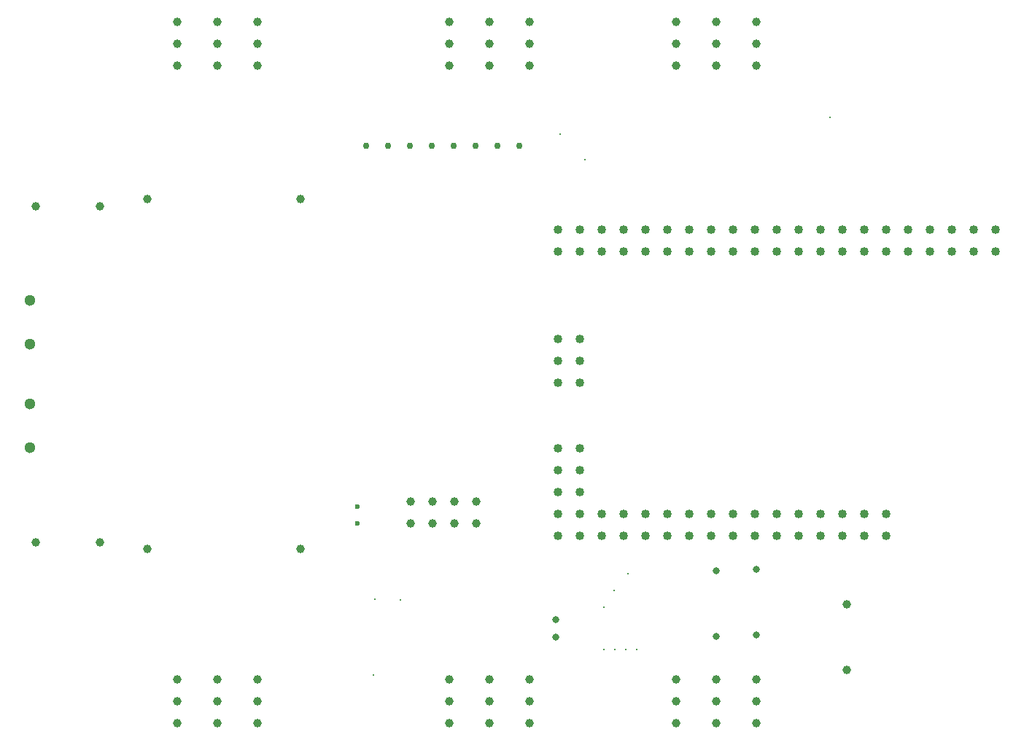
<source format=gbr>
%TF.GenerationSoftware,KiCad,Pcbnew,8.0.7*%
%TF.CreationDate,2025-07-10T17:57:36-04:00*%
%TF.ProjectId,_autosave-Hexapod V2,5f617574-6f73-4617-9665-2d4865786170,rev?*%
%TF.SameCoordinates,Original*%
%TF.FileFunction,Plated,1,4,PTH,Drill*%
%TF.FilePolarity,Positive*%
%FSLAX46Y46*%
G04 Gerber Fmt 4.6, Leading zero omitted, Abs format (unit mm)*
G04 Created by KiCad (PCBNEW 8.0.7) date 2025-07-10 17:57:36*
%MOMM*%
%LPD*%
G01*
G04 APERTURE LIST*
%TA.AperFunction,ViaDrill*%
%ADD10C,0.300000*%
%TD*%
%TA.AperFunction,ComponentDrill*%
%ADD11C,0.600000*%
%TD*%
%TA.AperFunction,ComponentDrill*%
%ADD12C,0.762000*%
%TD*%
%TA.AperFunction,ComponentDrill*%
%ADD13C,0.800000*%
%TD*%
%TA.AperFunction,ComponentDrill*%
%ADD14C,1.000000*%
%TD*%
%TA.AperFunction,ComponentDrill*%
%ADD15C,1.016000*%
%TD*%
%TA.AperFunction,ComponentDrill*%
%ADD16C,1.300000*%
%TD*%
G04 APERTURE END LIST*
D10*
X134850000Y-124450000D03*
X135025000Y-115650000D03*
X138012500Y-115687500D03*
X156579800Y-61635200D03*
X159419800Y-64560200D03*
X161595000Y-116525000D03*
X161595000Y-121475000D03*
X162800000Y-114600000D03*
X162865000Y-121475000D03*
X164135000Y-121475000D03*
X164450000Y-112650000D03*
X165405000Y-121475000D03*
X187840000Y-59670000D03*
D11*
%TO.C,C3*%
X133000000Y-104839500D03*
X133000000Y-106839500D03*
D12*
%TO.C,U1*%
X134000000Y-63000000D03*
X136540000Y-63000000D03*
X139080000Y-63000000D03*
X141620000Y-63000000D03*
X144160000Y-63000000D03*
X146700000Y-63000000D03*
X149240000Y-63000000D03*
X151780000Y-63000000D03*
D13*
%TO.C,C7*%
X156000000Y-118000000D03*
X156000000Y-120000000D03*
%TO.C,R1*%
X174650000Y-112300000D03*
X174650000Y-119920000D03*
%TO.C,R2*%
X179337600Y-112170000D03*
X179337600Y-119790000D03*
D14*
%TO.C,C4*%
X95625000Y-69980000D03*
%TO.C,C5*%
X95625000Y-109000000D03*
%TO.C,C4*%
X103125000Y-69980000D03*
%TO.C,C5*%
X103125000Y-109000000D03*
%TO.C,REF\u002A\u002A*%
X108610000Y-69170000D03*
X108610000Y-109810000D03*
%TO.C,Tibia*%
X112100000Y-48570000D03*
X112100000Y-51110000D03*
X112100000Y-53650000D03*
X112100000Y-124920000D03*
X112100000Y-127460000D03*
X112100000Y-130000000D03*
%TO.C,Femur*%
X116750000Y-48570000D03*
X116750000Y-51110000D03*
X116750000Y-53650000D03*
X116750000Y-124920000D03*
X116750000Y-127460000D03*
X116750000Y-130000000D03*
%TO.C,Coxa*%
X121400000Y-48570000D03*
X121400000Y-51110000D03*
X121400000Y-53650000D03*
X121400000Y-124920000D03*
X121400000Y-127460000D03*
X121400000Y-130000000D03*
%TO.C,REF\u002A\u002A*%
X126390000Y-69170000D03*
X126390000Y-109810000D03*
%TO.C,U2*%
X139175000Y-104299500D03*
X139175000Y-106839500D03*
X141715000Y-104299500D03*
X141715000Y-106839500D03*
%TO.C,Tibia*%
X143650000Y-48570000D03*
X143650000Y-51110000D03*
X143650000Y-53650000D03*
X143650000Y-124920000D03*
X143650000Y-127460000D03*
X143650000Y-130000000D03*
%TO.C,U2*%
X144255000Y-104299500D03*
X144255000Y-106839500D03*
X146795000Y-104299500D03*
X146795000Y-106839500D03*
%TO.C,Femur*%
X148300000Y-48570000D03*
X148300000Y-51110000D03*
X148300000Y-53650000D03*
X148300000Y-124920000D03*
X148300000Y-127460000D03*
X148300000Y-130000000D03*
%TO.C,Coxa*%
X152950000Y-48570000D03*
X152950000Y-51110000D03*
X152950000Y-53650000D03*
X152950000Y-124920000D03*
X152950000Y-127460000D03*
X152950000Y-130000000D03*
%TO.C,Tibia*%
X170000000Y-48570000D03*
X170000000Y-51110000D03*
X170000000Y-53650000D03*
X170000000Y-124920000D03*
X170000000Y-127460000D03*
X170000000Y-130000000D03*
%TO.C,Femur*%
X174650000Y-48570000D03*
X174650000Y-51110000D03*
X174650000Y-53650000D03*
X174650000Y-124920000D03*
X174650000Y-127460000D03*
X174650000Y-130000000D03*
%TO.C,Coxa*%
X179300000Y-48570000D03*
X179300000Y-51110000D03*
X179300000Y-53650000D03*
X179300000Y-124920000D03*
X179300000Y-127460000D03*
X179300000Y-130000000D03*
%TO.C,BZ1*%
X189800000Y-116200000D03*
X189800000Y-123800000D03*
D15*
%TO.C,A1*%
X156295000Y-72670000D03*
X156295000Y-75210000D03*
X156295000Y-85370000D03*
X156295000Y-87910000D03*
X156295000Y-90450000D03*
X156295000Y-98070000D03*
X156295000Y-100610000D03*
X156295000Y-103150000D03*
X156295000Y-105690000D03*
X156295000Y-108230000D03*
X158835000Y-72670000D03*
X158835000Y-75210000D03*
X158835000Y-85370000D03*
X158835000Y-87910000D03*
X158835000Y-90450000D03*
X158835000Y-98070000D03*
X158835000Y-100610000D03*
X158835000Y-103150000D03*
X158835000Y-105690000D03*
X158835000Y-108230000D03*
X161375000Y-72670000D03*
X161375000Y-75210000D03*
X161375000Y-105690000D03*
X161375000Y-108230000D03*
X163915000Y-72670000D03*
X163915000Y-75210000D03*
X163915000Y-105690000D03*
X163915000Y-108230000D03*
X166455000Y-72670000D03*
X166455000Y-75210000D03*
X166455000Y-105690000D03*
X166455000Y-108230000D03*
X168995000Y-72670000D03*
X168995000Y-75210000D03*
X168995000Y-105690000D03*
X168995000Y-108230000D03*
X171535000Y-72670000D03*
X171535000Y-75210000D03*
X171535000Y-105690000D03*
X171535000Y-108230000D03*
X174075000Y-72670000D03*
X174075000Y-75210000D03*
X174075000Y-105690000D03*
X174075000Y-108230000D03*
X176615000Y-72670000D03*
X176615000Y-75210000D03*
X176615000Y-105690000D03*
X176615000Y-108230000D03*
X179155000Y-72670000D03*
X179155000Y-75210000D03*
X179155000Y-105690000D03*
X179155000Y-108230000D03*
X181695000Y-72670000D03*
X181695000Y-75210000D03*
X181695000Y-105690000D03*
X181695000Y-108230000D03*
X184235000Y-72670000D03*
X184235000Y-75210000D03*
X184235000Y-105690000D03*
X184235000Y-108230000D03*
X186775000Y-72670000D03*
X186775000Y-75210000D03*
X186775000Y-105690000D03*
X186775000Y-108230000D03*
X189315000Y-72670000D03*
X189315000Y-75210000D03*
X189315000Y-105690000D03*
X189315000Y-108230000D03*
X191855000Y-72670000D03*
X191855000Y-75210000D03*
X191855000Y-105690000D03*
X191855000Y-108230000D03*
X194395000Y-72670000D03*
X194395000Y-75210000D03*
X194395000Y-105690000D03*
X194395000Y-108230000D03*
X196935000Y-72670000D03*
X196935000Y-75210000D03*
X199475000Y-72670000D03*
X199475000Y-75210000D03*
X202015000Y-72670000D03*
X202015000Y-75210000D03*
X204555000Y-72670000D03*
X204555000Y-75210000D03*
X207095000Y-72670000D03*
X207095000Y-75210000D03*
D16*
%TO.C,J1*%
X95000000Y-80950000D03*
X95000000Y-86030000D03*
X95000000Y-92950000D03*
X95000000Y-98030000D03*
M02*

</source>
